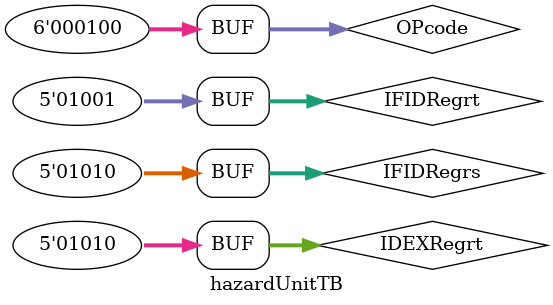
<source format=v>
module hazardDetectionUnit ( input [4:0]IFIDRegrs , input [4:0]IFIDRegrt , input [4:0]IDEXRegrt , input [5:0] opcode , output reg controlMUX , output reg IFIDRegHOLD , output reg pcHOLD ,output reg IFflush);

parameter beqOPcode = 6'b000100 , lwOPcode = 6'b100011 ;

initial
begin
controlMUX =0;
IFIDRegHOLD =0;
pcHOLD =0;
IFflush=0;
end

always@(*)
begin
if (opcode==lwOPcode && ((IDEXRegrt == IFIDRegrs) || (IDEXRegrt == IFIDRegrt)))
begin
controlMUX=1;
IFIDRegHOLD=1;
pcHOLD=1;
IFflush=1;
end
else if (opcode==beqOPcode && ((IDEXRegrt == IFIDRegrs) || (IDEXRegrt == IFIDRegrt)))
begin
controlMUX=1;
IFIDRegHOLD=0;
pcHOLD=0;
IFflush=1;
end

else
begin
controlMUX=0;
IFIDRegHOLD=0;
pcHOLD=0;
IFflush=0;
end

end


endmodule


module hazardUnitTB ;

reg [4:0]IFIDRegrs;
reg [4:0]IFIDRegrt;
reg [4:0]IDEXRegrt;
reg [5:0] OPcode ;
wire controlMUX ;
wire IFIDRegHOLD;
wire pcHOLD ;
wire IFflush ;

initial
begin

$monitor ("OPcode =%d ,IFIDRegrs=%d , IFIDRegrt=%d , IDEXRegrt=%d , controlMUX=%d , IFIDRegHOLD=%d ,  pcHOLD=%d , IFflush=%d" , OPcode,IFIDRegrs , IFIDRegrt , IDEXRegrt ,  controlMUX , IFIDRegHOLD ,  pcHOLD , IFflush );

#10
IFIDRegrs=0;
IFIDRegrt=5;
IDEXRegrt=1;
OPcode=0;


#10
IFIDRegrs=5;
IFIDRegrt=7;
IDEXRegrt=7;
OPcode=35;

#10
IFIDRegrs=5;
IFIDRegrt=7;
IDEXRegrt=7;
OPcode=4;


#10
IFIDRegrs=10;
IFIDRegrt=9;
IDEXRegrt=10;
OPcode=0;


#10
IFIDRegrs=10;
IFIDRegrt=9;
IDEXRegrt=10;
OPcode=4;
end

hazardDetectionUnit  hazardUnitTEST ( IFIDRegrs , IFIDRegrt , IDEXRegrt , OPcode , controlMUX ,IFIDRegHOLD , pcHOLD ,IFflush);

endmodule

</source>
